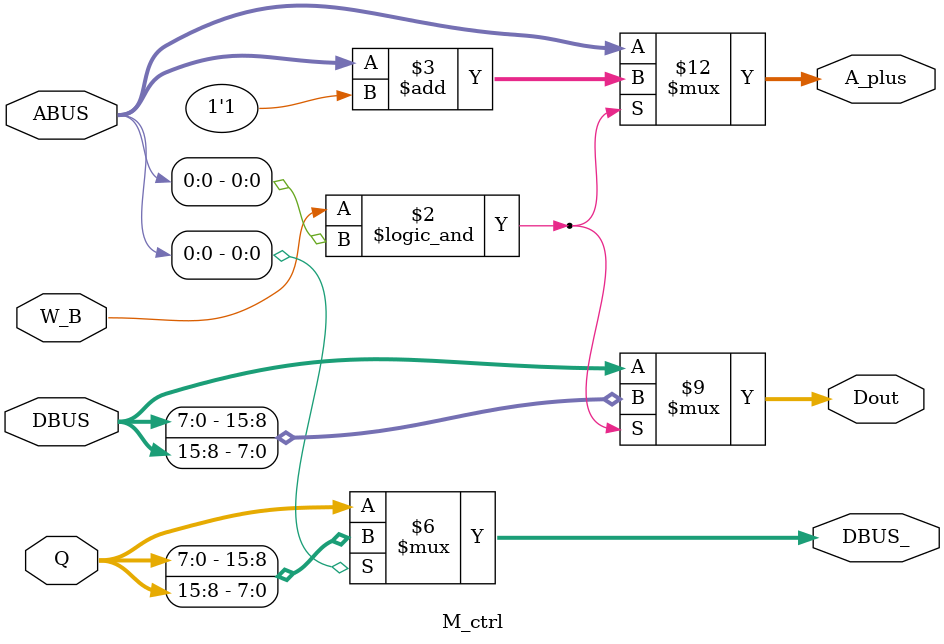
<source format=v>
module M_ctrl(
input W_B,
input [15:0]ABUS,
input [15:0]DBUS,
input [15:0]Q,
output reg [15:0] A_plus,
output reg [15:0] DBUS_,
output reg [15:0] Dout
);

always @(ABUS or W_B)
if (W_B&&ABUS[0])
	begin
	A_plus = ABUS + 1'b1;
	Dout = {DBUS[7:0],DBUS[15:8]};
	end
else 
	begin
	A_plus = ABUS;
	Dout = DBUS;
	end
	
always @(Q or ABUS[0])
if (ABUS[0])
	DBUS_ = {Q[7:0],Q[15:8]};
else DBUS_ = {Q[15:8],Q[7:0]};

endmodule

	
</source>
